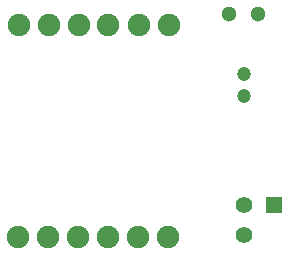
<source format=gbs>
G04 (created by PCBNEW (2013-07-07 BZR 4022)-stable) date 10/27/2013 8:58:56 PM*
%MOIN*%
G04 Gerber Fmt 3.4, Leading zero omitted, Abs format*
%FSLAX34Y34*%
G01*
G70*
G90*
G04 APERTURE LIST*
%ADD10C,0.00590551*%
%ADD11R,0.055X0.055*%
%ADD12C,0.055*%
%ADD13C,0.075*%
%ADD14C,0.0511811*%
%ADD15C,0.0472441*%
G04 APERTURE END LIST*
G54D10*
G54D11*
X88000Y-57000D03*
G54D12*
X87000Y-57000D03*
X87000Y-58000D03*
G54D13*
X79500Y-51000D03*
X80500Y-51000D03*
X81500Y-51000D03*
X82492Y-51000D03*
X83496Y-51000D03*
X84500Y-51000D03*
G54D14*
X86507Y-50622D03*
X87492Y-50622D03*
G54D13*
X79480Y-58059D03*
X80480Y-58059D03*
X81480Y-58059D03*
X82472Y-58059D03*
X83476Y-58059D03*
X84480Y-58059D03*
G54D15*
X87000Y-52645D03*
X87000Y-53354D03*
M02*

</source>
